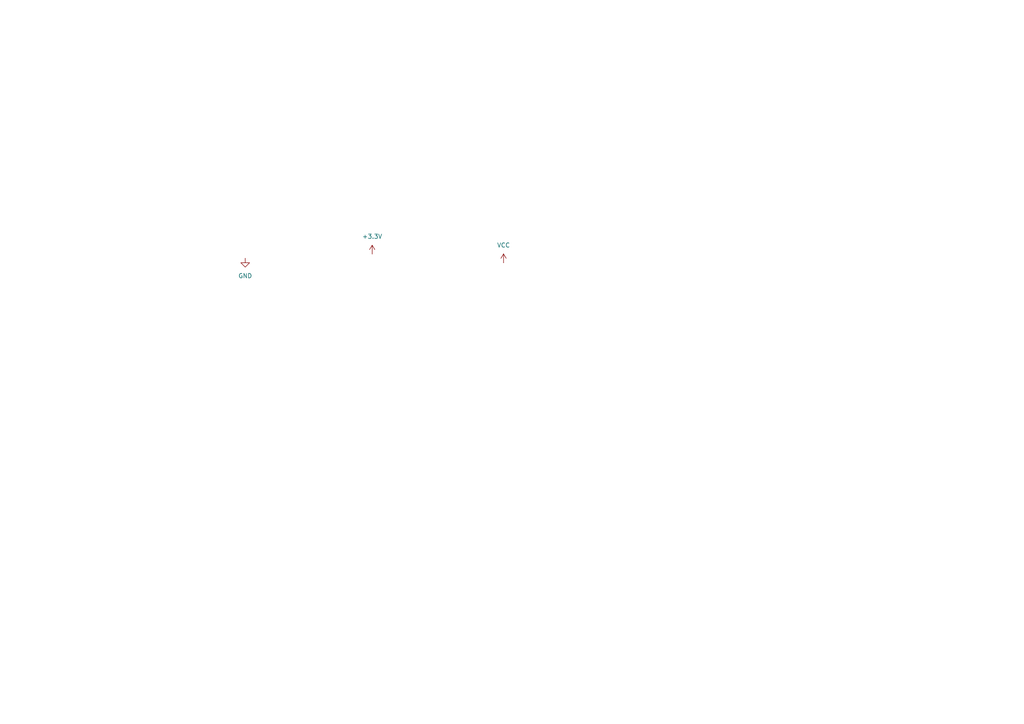
<source format=kicad_sch>
(kicad_sch (version 20250114) (generator "eeschema") (generator_version "9.0")
  (paper "A4")
  (lib_symbols
    (symbol "power:+3.3V" (power) (pin_numbers (hide yes)) (pin_names (offset 0) (hide yes))
      (property "Value" "+3.3V" (at 0 3.556 0))
      (symbol "+3.3V_0_1"
        (polyline (pts (xy -0.762 1.27) (xy 0 2.54)))
        (polyline (pts (xy 0 2.54) (xy 0.762 1.27)))
        (polyline (pts (xy 0 0) (xy 0 2.54)))
      )
      (symbol "+3.3V_1_1"
        (pin power_in line (at 0 0 90) (length 0) (name "~") (number "1"))
      )
    )
    (symbol "power:GND" (power) (pin_numbers (hide yes)) (pin_names (offset 0) (hide yes))
      (property "Value" "GND" (at 0 -3.81 0))
      (symbol "GND_0_1"
        (polyline (pts (xy 0 0) (xy 0 -1.27) (xy 1.27 -1.27) (xy 0 -2.54) (xy -1.27 -1.27) (xy 0 -1.27)))
      )
      (symbol "GND_1_1"
        (pin power_in line (at 0 0 270) (length 0) (name "~") (number "1"))
      )
    )
    (symbol "power:VCC" (power) (pin_numbers (hide yes)) (pin_names (offset 0) (hide yes))
      (property "Value" "VCC" (at 0 3.556 0))
      (symbol "VCC_0_1"
        (polyline (pts (xy -0.762 1.27) (xy 0 2.54)))
        (polyline (pts (xy 0 2.54) (xy 0.762 1.27)))
        (polyline (pts (xy 0 0) (xy 0 2.54)))
      )
      (symbol "VCC_1_1"
        (pin power_in line (at 0 0 90) (length 0) (name "~") (number "1"))
      )
    )
  )
  (symbol (lib_id "power:+3.3V") (at 107.95 73.66 0) (unit 1)
    (property "Reference" "#PWR07" (effects (hide yes)))
    (property "Value" "+3.3V" (at 107.95 68.58 0))
    (property "Description" "Power symbol creates a global label with name \"+3.3V\"" (effects (hide yes)))
  )
  (symbol (lib_id "power:VCC") (at 146.05 76.2 0) (unit 1)
    (property "Reference" "#PWR06" (effects (hide yes)))
    (property "Value" "VCC" (at 146.05 71.12 0))
    (property "Description" "Power symbol creates a global label with name \"VCC\"" (effects (hide yes)))
  )
  (symbol (lib_id "power:GND") (at 71.12 74.93 0) (unit 1)
    (property "Reference" "#PWR05" (effects (hide yes)))
    (property "Value" "GND" (at 71.12 80.01 0))
    (property "Description" "Power symbol creates a global label with name \"GND\" , ground" (effects (hide yes)))
  )
)
</source>
